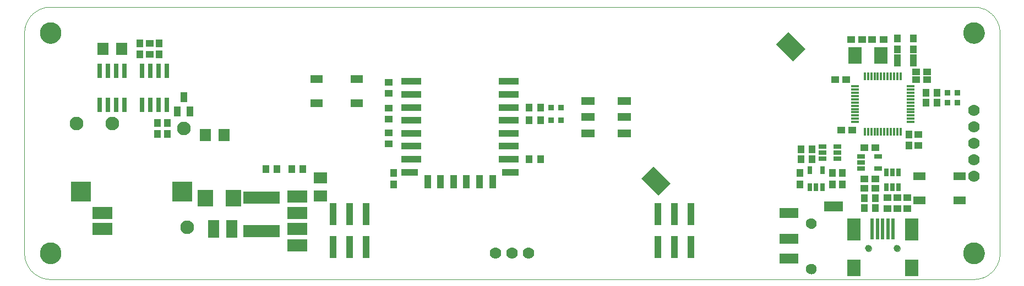
<source format=gts>
G75*
%MOIN*%
%OFA0B0*%
%FSLAX25Y25*%
%IPPOS*%
%LPD*%
%AMOC8*
5,1,8,0,0,1.08239X$1,22.5*
%
%ADD10C,0.00000*%
%ADD11C,0.12998*%
%ADD12R,0.04731X0.04337*%
%ADD13R,0.04337X0.04731*%
%ADD14R,0.03550X0.03550*%
%ADD15R,0.08274X0.10243*%
%ADD16R,0.08274X0.13392*%
%ADD17R,0.02369X0.12605*%
%ADD18C,0.03943*%
%ADD19R,0.05124X0.02565*%
%ADD20R,0.12211X0.12211*%
%ADD21R,0.02762X0.09061*%
%ADD22R,0.04337X0.05912*%
%ADD23R,0.06699X0.07498*%
%ADD24C,0.08274*%
%ADD25R,0.09455X0.10243*%
%ADD26R,0.22054X0.07683*%
%ADD27R,0.06699X0.11030*%
%ADD28R,0.08274X0.06699*%
%ADD29R,0.07487X0.04731*%
%ADD30R,0.01581X0.05124*%
%ADD31R,0.05124X0.01581*%
%ADD32C,0.07000*%
%ADD33R,0.02762X0.05124*%
%ADD34R,0.05124X0.02762*%
%ADD35R,0.11424X0.06306*%
%ADD36C,0.06306*%
%ADD37R,0.08274X0.09849*%
%ADD38R,0.02565X0.05124*%
%ADD39R,0.04337X0.07487*%
%ADD40R,0.04400X0.13400*%
%ADD41R,0.04337X0.08274*%
%ADD42R,0.10243X0.04337*%
%ADD43R,0.12211X0.04337*%
%ADD44R,0.14573X0.10636*%
%ADD45R,0.08077X0.04731*%
%ADD46R,0.12211X0.07487*%
D10*
X0017248Y0009374D02*
X0576303Y0009374D01*
X0570004Y0025122D02*
X0570006Y0025280D01*
X0570012Y0025438D01*
X0570022Y0025596D01*
X0570036Y0025754D01*
X0570054Y0025911D01*
X0570075Y0026068D01*
X0570101Y0026224D01*
X0570131Y0026380D01*
X0570164Y0026535D01*
X0570202Y0026688D01*
X0570243Y0026841D01*
X0570288Y0026993D01*
X0570337Y0027144D01*
X0570390Y0027293D01*
X0570446Y0027441D01*
X0570506Y0027587D01*
X0570570Y0027732D01*
X0570638Y0027875D01*
X0570709Y0028017D01*
X0570783Y0028157D01*
X0570861Y0028294D01*
X0570943Y0028430D01*
X0571027Y0028564D01*
X0571116Y0028695D01*
X0571207Y0028824D01*
X0571302Y0028951D01*
X0571399Y0029076D01*
X0571500Y0029198D01*
X0571604Y0029317D01*
X0571711Y0029434D01*
X0571821Y0029548D01*
X0571934Y0029659D01*
X0572049Y0029768D01*
X0572167Y0029873D01*
X0572288Y0029975D01*
X0572411Y0030075D01*
X0572537Y0030171D01*
X0572665Y0030264D01*
X0572795Y0030354D01*
X0572928Y0030440D01*
X0573063Y0030524D01*
X0573199Y0030603D01*
X0573338Y0030680D01*
X0573479Y0030752D01*
X0573621Y0030822D01*
X0573765Y0030887D01*
X0573911Y0030949D01*
X0574058Y0031007D01*
X0574207Y0031062D01*
X0574357Y0031113D01*
X0574508Y0031160D01*
X0574660Y0031203D01*
X0574813Y0031242D01*
X0574968Y0031278D01*
X0575123Y0031309D01*
X0575279Y0031337D01*
X0575435Y0031361D01*
X0575592Y0031381D01*
X0575750Y0031397D01*
X0575907Y0031409D01*
X0576066Y0031417D01*
X0576224Y0031421D01*
X0576382Y0031421D01*
X0576540Y0031417D01*
X0576699Y0031409D01*
X0576856Y0031397D01*
X0577014Y0031381D01*
X0577171Y0031361D01*
X0577327Y0031337D01*
X0577483Y0031309D01*
X0577638Y0031278D01*
X0577793Y0031242D01*
X0577946Y0031203D01*
X0578098Y0031160D01*
X0578249Y0031113D01*
X0578399Y0031062D01*
X0578548Y0031007D01*
X0578695Y0030949D01*
X0578841Y0030887D01*
X0578985Y0030822D01*
X0579127Y0030752D01*
X0579268Y0030680D01*
X0579407Y0030603D01*
X0579543Y0030524D01*
X0579678Y0030440D01*
X0579811Y0030354D01*
X0579941Y0030264D01*
X0580069Y0030171D01*
X0580195Y0030075D01*
X0580318Y0029975D01*
X0580439Y0029873D01*
X0580557Y0029768D01*
X0580672Y0029659D01*
X0580785Y0029548D01*
X0580895Y0029434D01*
X0581002Y0029317D01*
X0581106Y0029198D01*
X0581207Y0029076D01*
X0581304Y0028951D01*
X0581399Y0028824D01*
X0581490Y0028695D01*
X0581579Y0028564D01*
X0581663Y0028430D01*
X0581745Y0028294D01*
X0581823Y0028157D01*
X0581897Y0028017D01*
X0581968Y0027875D01*
X0582036Y0027732D01*
X0582100Y0027587D01*
X0582160Y0027441D01*
X0582216Y0027293D01*
X0582269Y0027144D01*
X0582318Y0026993D01*
X0582363Y0026841D01*
X0582404Y0026688D01*
X0582442Y0026535D01*
X0582475Y0026380D01*
X0582505Y0026224D01*
X0582531Y0026068D01*
X0582552Y0025911D01*
X0582570Y0025754D01*
X0582584Y0025596D01*
X0582594Y0025438D01*
X0582600Y0025280D01*
X0582602Y0025122D01*
X0582600Y0024964D01*
X0582594Y0024806D01*
X0582584Y0024648D01*
X0582570Y0024490D01*
X0582552Y0024333D01*
X0582531Y0024176D01*
X0582505Y0024020D01*
X0582475Y0023864D01*
X0582442Y0023709D01*
X0582404Y0023556D01*
X0582363Y0023403D01*
X0582318Y0023251D01*
X0582269Y0023100D01*
X0582216Y0022951D01*
X0582160Y0022803D01*
X0582100Y0022657D01*
X0582036Y0022512D01*
X0581968Y0022369D01*
X0581897Y0022227D01*
X0581823Y0022087D01*
X0581745Y0021950D01*
X0581663Y0021814D01*
X0581579Y0021680D01*
X0581490Y0021549D01*
X0581399Y0021420D01*
X0581304Y0021293D01*
X0581207Y0021168D01*
X0581106Y0021046D01*
X0581002Y0020927D01*
X0580895Y0020810D01*
X0580785Y0020696D01*
X0580672Y0020585D01*
X0580557Y0020476D01*
X0580439Y0020371D01*
X0580318Y0020269D01*
X0580195Y0020169D01*
X0580069Y0020073D01*
X0579941Y0019980D01*
X0579811Y0019890D01*
X0579678Y0019804D01*
X0579543Y0019720D01*
X0579407Y0019641D01*
X0579268Y0019564D01*
X0579127Y0019492D01*
X0578985Y0019422D01*
X0578841Y0019357D01*
X0578695Y0019295D01*
X0578548Y0019237D01*
X0578399Y0019182D01*
X0578249Y0019131D01*
X0578098Y0019084D01*
X0577946Y0019041D01*
X0577793Y0019002D01*
X0577638Y0018966D01*
X0577483Y0018935D01*
X0577327Y0018907D01*
X0577171Y0018883D01*
X0577014Y0018863D01*
X0576856Y0018847D01*
X0576699Y0018835D01*
X0576540Y0018827D01*
X0576382Y0018823D01*
X0576224Y0018823D01*
X0576066Y0018827D01*
X0575907Y0018835D01*
X0575750Y0018847D01*
X0575592Y0018863D01*
X0575435Y0018883D01*
X0575279Y0018907D01*
X0575123Y0018935D01*
X0574968Y0018966D01*
X0574813Y0019002D01*
X0574660Y0019041D01*
X0574508Y0019084D01*
X0574357Y0019131D01*
X0574207Y0019182D01*
X0574058Y0019237D01*
X0573911Y0019295D01*
X0573765Y0019357D01*
X0573621Y0019422D01*
X0573479Y0019492D01*
X0573338Y0019564D01*
X0573199Y0019641D01*
X0573063Y0019720D01*
X0572928Y0019804D01*
X0572795Y0019890D01*
X0572665Y0019980D01*
X0572537Y0020073D01*
X0572411Y0020169D01*
X0572288Y0020269D01*
X0572167Y0020371D01*
X0572049Y0020476D01*
X0571934Y0020585D01*
X0571821Y0020696D01*
X0571711Y0020810D01*
X0571604Y0020927D01*
X0571500Y0021046D01*
X0571399Y0021168D01*
X0571302Y0021293D01*
X0571207Y0021420D01*
X0571116Y0021549D01*
X0571027Y0021680D01*
X0570943Y0021814D01*
X0570861Y0021950D01*
X0570783Y0022087D01*
X0570709Y0022227D01*
X0570638Y0022369D01*
X0570570Y0022512D01*
X0570506Y0022657D01*
X0570446Y0022803D01*
X0570390Y0022951D01*
X0570337Y0023100D01*
X0570288Y0023251D01*
X0570243Y0023403D01*
X0570202Y0023556D01*
X0570164Y0023709D01*
X0570131Y0023864D01*
X0570101Y0024020D01*
X0570075Y0024176D01*
X0570054Y0024333D01*
X0570036Y0024490D01*
X0570022Y0024648D01*
X0570012Y0024806D01*
X0570006Y0024964D01*
X0570004Y0025122D01*
X0576303Y0009374D02*
X0576684Y0009379D01*
X0577064Y0009392D01*
X0577444Y0009415D01*
X0577823Y0009448D01*
X0578201Y0009489D01*
X0578578Y0009539D01*
X0578954Y0009599D01*
X0579329Y0009667D01*
X0579701Y0009745D01*
X0580072Y0009832D01*
X0580440Y0009927D01*
X0580806Y0010032D01*
X0581169Y0010145D01*
X0581530Y0010267D01*
X0581887Y0010397D01*
X0582241Y0010537D01*
X0582592Y0010684D01*
X0582939Y0010841D01*
X0583282Y0011005D01*
X0583621Y0011178D01*
X0583956Y0011359D01*
X0584287Y0011548D01*
X0584612Y0011745D01*
X0584933Y0011949D01*
X0585249Y0012162D01*
X0585559Y0012382D01*
X0585865Y0012609D01*
X0586164Y0012844D01*
X0586458Y0013086D01*
X0586746Y0013334D01*
X0587028Y0013590D01*
X0587303Y0013853D01*
X0587572Y0014122D01*
X0587835Y0014397D01*
X0588091Y0014679D01*
X0588339Y0014967D01*
X0588581Y0015261D01*
X0588816Y0015560D01*
X0589043Y0015866D01*
X0589263Y0016176D01*
X0589476Y0016492D01*
X0589680Y0016813D01*
X0589877Y0017138D01*
X0590066Y0017469D01*
X0590247Y0017804D01*
X0590420Y0018143D01*
X0590584Y0018486D01*
X0590741Y0018833D01*
X0590888Y0019184D01*
X0591028Y0019538D01*
X0591158Y0019895D01*
X0591280Y0020256D01*
X0591393Y0020619D01*
X0591498Y0020985D01*
X0591593Y0021353D01*
X0591680Y0021724D01*
X0591758Y0022096D01*
X0591826Y0022471D01*
X0591886Y0022847D01*
X0591936Y0023224D01*
X0591977Y0023602D01*
X0592010Y0023981D01*
X0592033Y0024361D01*
X0592046Y0024741D01*
X0592051Y0025122D01*
X0592051Y0158980D01*
X0570004Y0158980D02*
X0570006Y0159138D01*
X0570012Y0159296D01*
X0570022Y0159454D01*
X0570036Y0159612D01*
X0570054Y0159769D01*
X0570075Y0159926D01*
X0570101Y0160082D01*
X0570131Y0160238D01*
X0570164Y0160393D01*
X0570202Y0160546D01*
X0570243Y0160699D01*
X0570288Y0160851D01*
X0570337Y0161002D01*
X0570390Y0161151D01*
X0570446Y0161299D01*
X0570506Y0161445D01*
X0570570Y0161590D01*
X0570638Y0161733D01*
X0570709Y0161875D01*
X0570783Y0162015D01*
X0570861Y0162152D01*
X0570943Y0162288D01*
X0571027Y0162422D01*
X0571116Y0162553D01*
X0571207Y0162682D01*
X0571302Y0162809D01*
X0571399Y0162934D01*
X0571500Y0163056D01*
X0571604Y0163175D01*
X0571711Y0163292D01*
X0571821Y0163406D01*
X0571934Y0163517D01*
X0572049Y0163626D01*
X0572167Y0163731D01*
X0572288Y0163833D01*
X0572411Y0163933D01*
X0572537Y0164029D01*
X0572665Y0164122D01*
X0572795Y0164212D01*
X0572928Y0164298D01*
X0573063Y0164382D01*
X0573199Y0164461D01*
X0573338Y0164538D01*
X0573479Y0164610D01*
X0573621Y0164680D01*
X0573765Y0164745D01*
X0573911Y0164807D01*
X0574058Y0164865D01*
X0574207Y0164920D01*
X0574357Y0164971D01*
X0574508Y0165018D01*
X0574660Y0165061D01*
X0574813Y0165100D01*
X0574968Y0165136D01*
X0575123Y0165167D01*
X0575279Y0165195D01*
X0575435Y0165219D01*
X0575592Y0165239D01*
X0575750Y0165255D01*
X0575907Y0165267D01*
X0576066Y0165275D01*
X0576224Y0165279D01*
X0576382Y0165279D01*
X0576540Y0165275D01*
X0576699Y0165267D01*
X0576856Y0165255D01*
X0577014Y0165239D01*
X0577171Y0165219D01*
X0577327Y0165195D01*
X0577483Y0165167D01*
X0577638Y0165136D01*
X0577793Y0165100D01*
X0577946Y0165061D01*
X0578098Y0165018D01*
X0578249Y0164971D01*
X0578399Y0164920D01*
X0578548Y0164865D01*
X0578695Y0164807D01*
X0578841Y0164745D01*
X0578985Y0164680D01*
X0579127Y0164610D01*
X0579268Y0164538D01*
X0579407Y0164461D01*
X0579543Y0164382D01*
X0579678Y0164298D01*
X0579811Y0164212D01*
X0579941Y0164122D01*
X0580069Y0164029D01*
X0580195Y0163933D01*
X0580318Y0163833D01*
X0580439Y0163731D01*
X0580557Y0163626D01*
X0580672Y0163517D01*
X0580785Y0163406D01*
X0580895Y0163292D01*
X0581002Y0163175D01*
X0581106Y0163056D01*
X0581207Y0162934D01*
X0581304Y0162809D01*
X0581399Y0162682D01*
X0581490Y0162553D01*
X0581579Y0162422D01*
X0581663Y0162288D01*
X0581745Y0162152D01*
X0581823Y0162015D01*
X0581897Y0161875D01*
X0581968Y0161733D01*
X0582036Y0161590D01*
X0582100Y0161445D01*
X0582160Y0161299D01*
X0582216Y0161151D01*
X0582269Y0161002D01*
X0582318Y0160851D01*
X0582363Y0160699D01*
X0582404Y0160546D01*
X0582442Y0160393D01*
X0582475Y0160238D01*
X0582505Y0160082D01*
X0582531Y0159926D01*
X0582552Y0159769D01*
X0582570Y0159612D01*
X0582584Y0159454D01*
X0582594Y0159296D01*
X0582600Y0159138D01*
X0582602Y0158980D01*
X0582600Y0158822D01*
X0582594Y0158664D01*
X0582584Y0158506D01*
X0582570Y0158348D01*
X0582552Y0158191D01*
X0582531Y0158034D01*
X0582505Y0157878D01*
X0582475Y0157722D01*
X0582442Y0157567D01*
X0582404Y0157414D01*
X0582363Y0157261D01*
X0582318Y0157109D01*
X0582269Y0156958D01*
X0582216Y0156809D01*
X0582160Y0156661D01*
X0582100Y0156515D01*
X0582036Y0156370D01*
X0581968Y0156227D01*
X0581897Y0156085D01*
X0581823Y0155945D01*
X0581745Y0155808D01*
X0581663Y0155672D01*
X0581579Y0155538D01*
X0581490Y0155407D01*
X0581399Y0155278D01*
X0581304Y0155151D01*
X0581207Y0155026D01*
X0581106Y0154904D01*
X0581002Y0154785D01*
X0580895Y0154668D01*
X0580785Y0154554D01*
X0580672Y0154443D01*
X0580557Y0154334D01*
X0580439Y0154229D01*
X0580318Y0154127D01*
X0580195Y0154027D01*
X0580069Y0153931D01*
X0579941Y0153838D01*
X0579811Y0153748D01*
X0579678Y0153662D01*
X0579543Y0153578D01*
X0579407Y0153499D01*
X0579268Y0153422D01*
X0579127Y0153350D01*
X0578985Y0153280D01*
X0578841Y0153215D01*
X0578695Y0153153D01*
X0578548Y0153095D01*
X0578399Y0153040D01*
X0578249Y0152989D01*
X0578098Y0152942D01*
X0577946Y0152899D01*
X0577793Y0152860D01*
X0577638Y0152824D01*
X0577483Y0152793D01*
X0577327Y0152765D01*
X0577171Y0152741D01*
X0577014Y0152721D01*
X0576856Y0152705D01*
X0576699Y0152693D01*
X0576540Y0152685D01*
X0576382Y0152681D01*
X0576224Y0152681D01*
X0576066Y0152685D01*
X0575907Y0152693D01*
X0575750Y0152705D01*
X0575592Y0152721D01*
X0575435Y0152741D01*
X0575279Y0152765D01*
X0575123Y0152793D01*
X0574968Y0152824D01*
X0574813Y0152860D01*
X0574660Y0152899D01*
X0574508Y0152942D01*
X0574357Y0152989D01*
X0574207Y0153040D01*
X0574058Y0153095D01*
X0573911Y0153153D01*
X0573765Y0153215D01*
X0573621Y0153280D01*
X0573479Y0153350D01*
X0573338Y0153422D01*
X0573199Y0153499D01*
X0573063Y0153578D01*
X0572928Y0153662D01*
X0572795Y0153748D01*
X0572665Y0153838D01*
X0572537Y0153931D01*
X0572411Y0154027D01*
X0572288Y0154127D01*
X0572167Y0154229D01*
X0572049Y0154334D01*
X0571934Y0154443D01*
X0571821Y0154554D01*
X0571711Y0154668D01*
X0571604Y0154785D01*
X0571500Y0154904D01*
X0571399Y0155026D01*
X0571302Y0155151D01*
X0571207Y0155278D01*
X0571116Y0155407D01*
X0571027Y0155538D01*
X0570943Y0155672D01*
X0570861Y0155808D01*
X0570783Y0155945D01*
X0570709Y0156085D01*
X0570638Y0156227D01*
X0570570Y0156370D01*
X0570506Y0156515D01*
X0570446Y0156661D01*
X0570390Y0156809D01*
X0570337Y0156958D01*
X0570288Y0157109D01*
X0570243Y0157261D01*
X0570202Y0157414D01*
X0570164Y0157567D01*
X0570131Y0157722D01*
X0570101Y0157878D01*
X0570075Y0158034D01*
X0570054Y0158191D01*
X0570036Y0158348D01*
X0570022Y0158506D01*
X0570012Y0158664D01*
X0570006Y0158822D01*
X0570004Y0158980D01*
X0576303Y0174728D02*
X0576684Y0174723D01*
X0577064Y0174710D01*
X0577444Y0174687D01*
X0577823Y0174654D01*
X0578201Y0174613D01*
X0578578Y0174563D01*
X0578954Y0174503D01*
X0579329Y0174435D01*
X0579701Y0174357D01*
X0580072Y0174270D01*
X0580440Y0174175D01*
X0580806Y0174070D01*
X0581169Y0173957D01*
X0581530Y0173835D01*
X0581887Y0173705D01*
X0582241Y0173565D01*
X0582592Y0173418D01*
X0582939Y0173261D01*
X0583282Y0173097D01*
X0583621Y0172924D01*
X0583956Y0172743D01*
X0584287Y0172554D01*
X0584612Y0172357D01*
X0584933Y0172153D01*
X0585249Y0171940D01*
X0585559Y0171720D01*
X0585865Y0171493D01*
X0586164Y0171258D01*
X0586458Y0171016D01*
X0586746Y0170768D01*
X0587028Y0170512D01*
X0587303Y0170249D01*
X0587572Y0169980D01*
X0587835Y0169705D01*
X0588091Y0169423D01*
X0588339Y0169135D01*
X0588581Y0168841D01*
X0588816Y0168542D01*
X0589043Y0168236D01*
X0589263Y0167926D01*
X0589476Y0167610D01*
X0589680Y0167289D01*
X0589877Y0166964D01*
X0590066Y0166633D01*
X0590247Y0166298D01*
X0590420Y0165959D01*
X0590584Y0165616D01*
X0590741Y0165269D01*
X0590888Y0164918D01*
X0591028Y0164564D01*
X0591158Y0164207D01*
X0591280Y0163846D01*
X0591393Y0163483D01*
X0591498Y0163117D01*
X0591593Y0162749D01*
X0591680Y0162378D01*
X0591758Y0162006D01*
X0591826Y0161631D01*
X0591886Y0161255D01*
X0591936Y0160878D01*
X0591977Y0160500D01*
X0592010Y0160121D01*
X0592033Y0159741D01*
X0592046Y0159361D01*
X0592051Y0158980D01*
X0576303Y0174728D02*
X0017248Y0174728D01*
X0010949Y0158980D02*
X0010951Y0159138D01*
X0010957Y0159296D01*
X0010967Y0159454D01*
X0010981Y0159612D01*
X0010999Y0159769D01*
X0011020Y0159926D01*
X0011046Y0160082D01*
X0011076Y0160238D01*
X0011109Y0160393D01*
X0011147Y0160546D01*
X0011188Y0160699D01*
X0011233Y0160851D01*
X0011282Y0161002D01*
X0011335Y0161151D01*
X0011391Y0161299D01*
X0011451Y0161445D01*
X0011515Y0161590D01*
X0011583Y0161733D01*
X0011654Y0161875D01*
X0011728Y0162015D01*
X0011806Y0162152D01*
X0011888Y0162288D01*
X0011972Y0162422D01*
X0012061Y0162553D01*
X0012152Y0162682D01*
X0012247Y0162809D01*
X0012344Y0162934D01*
X0012445Y0163056D01*
X0012549Y0163175D01*
X0012656Y0163292D01*
X0012766Y0163406D01*
X0012879Y0163517D01*
X0012994Y0163626D01*
X0013112Y0163731D01*
X0013233Y0163833D01*
X0013356Y0163933D01*
X0013482Y0164029D01*
X0013610Y0164122D01*
X0013740Y0164212D01*
X0013873Y0164298D01*
X0014008Y0164382D01*
X0014144Y0164461D01*
X0014283Y0164538D01*
X0014424Y0164610D01*
X0014566Y0164680D01*
X0014710Y0164745D01*
X0014856Y0164807D01*
X0015003Y0164865D01*
X0015152Y0164920D01*
X0015302Y0164971D01*
X0015453Y0165018D01*
X0015605Y0165061D01*
X0015758Y0165100D01*
X0015913Y0165136D01*
X0016068Y0165167D01*
X0016224Y0165195D01*
X0016380Y0165219D01*
X0016537Y0165239D01*
X0016695Y0165255D01*
X0016852Y0165267D01*
X0017011Y0165275D01*
X0017169Y0165279D01*
X0017327Y0165279D01*
X0017485Y0165275D01*
X0017644Y0165267D01*
X0017801Y0165255D01*
X0017959Y0165239D01*
X0018116Y0165219D01*
X0018272Y0165195D01*
X0018428Y0165167D01*
X0018583Y0165136D01*
X0018738Y0165100D01*
X0018891Y0165061D01*
X0019043Y0165018D01*
X0019194Y0164971D01*
X0019344Y0164920D01*
X0019493Y0164865D01*
X0019640Y0164807D01*
X0019786Y0164745D01*
X0019930Y0164680D01*
X0020072Y0164610D01*
X0020213Y0164538D01*
X0020352Y0164461D01*
X0020488Y0164382D01*
X0020623Y0164298D01*
X0020756Y0164212D01*
X0020886Y0164122D01*
X0021014Y0164029D01*
X0021140Y0163933D01*
X0021263Y0163833D01*
X0021384Y0163731D01*
X0021502Y0163626D01*
X0021617Y0163517D01*
X0021730Y0163406D01*
X0021840Y0163292D01*
X0021947Y0163175D01*
X0022051Y0163056D01*
X0022152Y0162934D01*
X0022249Y0162809D01*
X0022344Y0162682D01*
X0022435Y0162553D01*
X0022524Y0162422D01*
X0022608Y0162288D01*
X0022690Y0162152D01*
X0022768Y0162015D01*
X0022842Y0161875D01*
X0022913Y0161733D01*
X0022981Y0161590D01*
X0023045Y0161445D01*
X0023105Y0161299D01*
X0023161Y0161151D01*
X0023214Y0161002D01*
X0023263Y0160851D01*
X0023308Y0160699D01*
X0023349Y0160546D01*
X0023387Y0160393D01*
X0023420Y0160238D01*
X0023450Y0160082D01*
X0023476Y0159926D01*
X0023497Y0159769D01*
X0023515Y0159612D01*
X0023529Y0159454D01*
X0023539Y0159296D01*
X0023545Y0159138D01*
X0023547Y0158980D01*
X0023545Y0158822D01*
X0023539Y0158664D01*
X0023529Y0158506D01*
X0023515Y0158348D01*
X0023497Y0158191D01*
X0023476Y0158034D01*
X0023450Y0157878D01*
X0023420Y0157722D01*
X0023387Y0157567D01*
X0023349Y0157414D01*
X0023308Y0157261D01*
X0023263Y0157109D01*
X0023214Y0156958D01*
X0023161Y0156809D01*
X0023105Y0156661D01*
X0023045Y0156515D01*
X0022981Y0156370D01*
X0022913Y0156227D01*
X0022842Y0156085D01*
X0022768Y0155945D01*
X0022690Y0155808D01*
X0022608Y0155672D01*
X0022524Y0155538D01*
X0022435Y0155407D01*
X0022344Y0155278D01*
X0022249Y0155151D01*
X0022152Y0155026D01*
X0022051Y0154904D01*
X0021947Y0154785D01*
X0021840Y0154668D01*
X0021730Y0154554D01*
X0021617Y0154443D01*
X0021502Y0154334D01*
X0021384Y0154229D01*
X0021263Y0154127D01*
X0021140Y0154027D01*
X0021014Y0153931D01*
X0020886Y0153838D01*
X0020756Y0153748D01*
X0020623Y0153662D01*
X0020488Y0153578D01*
X0020352Y0153499D01*
X0020213Y0153422D01*
X0020072Y0153350D01*
X0019930Y0153280D01*
X0019786Y0153215D01*
X0019640Y0153153D01*
X0019493Y0153095D01*
X0019344Y0153040D01*
X0019194Y0152989D01*
X0019043Y0152942D01*
X0018891Y0152899D01*
X0018738Y0152860D01*
X0018583Y0152824D01*
X0018428Y0152793D01*
X0018272Y0152765D01*
X0018116Y0152741D01*
X0017959Y0152721D01*
X0017801Y0152705D01*
X0017644Y0152693D01*
X0017485Y0152685D01*
X0017327Y0152681D01*
X0017169Y0152681D01*
X0017011Y0152685D01*
X0016852Y0152693D01*
X0016695Y0152705D01*
X0016537Y0152721D01*
X0016380Y0152741D01*
X0016224Y0152765D01*
X0016068Y0152793D01*
X0015913Y0152824D01*
X0015758Y0152860D01*
X0015605Y0152899D01*
X0015453Y0152942D01*
X0015302Y0152989D01*
X0015152Y0153040D01*
X0015003Y0153095D01*
X0014856Y0153153D01*
X0014710Y0153215D01*
X0014566Y0153280D01*
X0014424Y0153350D01*
X0014283Y0153422D01*
X0014144Y0153499D01*
X0014008Y0153578D01*
X0013873Y0153662D01*
X0013740Y0153748D01*
X0013610Y0153838D01*
X0013482Y0153931D01*
X0013356Y0154027D01*
X0013233Y0154127D01*
X0013112Y0154229D01*
X0012994Y0154334D01*
X0012879Y0154443D01*
X0012766Y0154554D01*
X0012656Y0154668D01*
X0012549Y0154785D01*
X0012445Y0154904D01*
X0012344Y0155026D01*
X0012247Y0155151D01*
X0012152Y0155278D01*
X0012061Y0155407D01*
X0011972Y0155538D01*
X0011888Y0155672D01*
X0011806Y0155808D01*
X0011728Y0155945D01*
X0011654Y0156085D01*
X0011583Y0156227D01*
X0011515Y0156370D01*
X0011451Y0156515D01*
X0011391Y0156661D01*
X0011335Y0156809D01*
X0011282Y0156958D01*
X0011233Y0157109D01*
X0011188Y0157261D01*
X0011147Y0157414D01*
X0011109Y0157567D01*
X0011076Y0157722D01*
X0011046Y0157878D01*
X0011020Y0158034D01*
X0010999Y0158191D01*
X0010981Y0158348D01*
X0010967Y0158506D01*
X0010957Y0158664D01*
X0010951Y0158822D01*
X0010949Y0158980D01*
X0001500Y0158980D02*
X0001505Y0159361D01*
X0001518Y0159741D01*
X0001541Y0160121D01*
X0001574Y0160500D01*
X0001615Y0160878D01*
X0001665Y0161255D01*
X0001725Y0161631D01*
X0001793Y0162006D01*
X0001871Y0162378D01*
X0001958Y0162749D01*
X0002053Y0163117D01*
X0002158Y0163483D01*
X0002271Y0163846D01*
X0002393Y0164207D01*
X0002523Y0164564D01*
X0002663Y0164918D01*
X0002810Y0165269D01*
X0002967Y0165616D01*
X0003131Y0165959D01*
X0003304Y0166298D01*
X0003485Y0166633D01*
X0003674Y0166964D01*
X0003871Y0167289D01*
X0004075Y0167610D01*
X0004288Y0167926D01*
X0004508Y0168236D01*
X0004735Y0168542D01*
X0004970Y0168841D01*
X0005212Y0169135D01*
X0005460Y0169423D01*
X0005716Y0169705D01*
X0005979Y0169980D01*
X0006248Y0170249D01*
X0006523Y0170512D01*
X0006805Y0170768D01*
X0007093Y0171016D01*
X0007387Y0171258D01*
X0007686Y0171493D01*
X0007992Y0171720D01*
X0008302Y0171940D01*
X0008618Y0172153D01*
X0008939Y0172357D01*
X0009264Y0172554D01*
X0009595Y0172743D01*
X0009930Y0172924D01*
X0010269Y0173097D01*
X0010612Y0173261D01*
X0010959Y0173418D01*
X0011310Y0173565D01*
X0011664Y0173705D01*
X0012021Y0173835D01*
X0012382Y0173957D01*
X0012745Y0174070D01*
X0013111Y0174175D01*
X0013479Y0174270D01*
X0013850Y0174357D01*
X0014222Y0174435D01*
X0014597Y0174503D01*
X0014973Y0174563D01*
X0015350Y0174613D01*
X0015728Y0174654D01*
X0016107Y0174687D01*
X0016487Y0174710D01*
X0016867Y0174723D01*
X0017248Y0174728D01*
X0001500Y0158980D02*
X0001500Y0025122D01*
X0010949Y0025122D02*
X0010951Y0025280D01*
X0010957Y0025438D01*
X0010967Y0025596D01*
X0010981Y0025754D01*
X0010999Y0025911D01*
X0011020Y0026068D01*
X0011046Y0026224D01*
X0011076Y0026380D01*
X0011109Y0026535D01*
X0011147Y0026688D01*
X0011188Y0026841D01*
X0011233Y0026993D01*
X0011282Y0027144D01*
X0011335Y0027293D01*
X0011391Y0027441D01*
X0011451Y0027587D01*
X0011515Y0027732D01*
X0011583Y0027875D01*
X0011654Y0028017D01*
X0011728Y0028157D01*
X0011806Y0028294D01*
X0011888Y0028430D01*
X0011972Y0028564D01*
X0012061Y0028695D01*
X0012152Y0028824D01*
X0012247Y0028951D01*
X0012344Y0029076D01*
X0012445Y0029198D01*
X0012549Y0029317D01*
X0012656Y0029434D01*
X0012766Y0029548D01*
X0012879Y0029659D01*
X0012994Y0029768D01*
X0013112Y0029873D01*
X0013233Y0029975D01*
X0013356Y0030075D01*
X0013482Y0030171D01*
X0013610Y0030264D01*
X0013740Y0030354D01*
X0013873Y0030440D01*
X0014008Y0030524D01*
X0014144Y0030603D01*
X0014283Y0030680D01*
X0014424Y0030752D01*
X0014566Y0030822D01*
X0014710Y0030887D01*
X0014856Y0030949D01*
X0015003Y0031007D01*
X0015152Y0031062D01*
X0015302Y0031113D01*
X0015453Y0031160D01*
X0015605Y0031203D01*
X0015758Y0031242D01*
X0015913Y0031278D01*
X0016068Y0031309D01*
X0016224Y0031337D01*
X0016380Y0031361D01*
X0016537Y0031381D01*
X0016695Y0031397D01*
X0016852Y0031409D01*
X0017011Y0031417D01*
X0017169Y0031421D01*
X0017327Y0031421D01*
X0017485Y0031417D01*
X0017644Y0031409D01*
X0017801Y0031397D01*
X0017959Y0031381D01*
X0018116Y0031361D01*
X0018272Y0031337D01*
X0018428Y0031309D01*
X0018583Y0031278D01*
X0018738Y0031242D01*
X0018891Y0031203D01*
X0019043Y0031160D01*
X0019194Y0031113D01*
X0019344Y0031062D01*
X0019493Y0031007D01*
X0019640Y0030949D01*
X0019786Y0030887D01*
X0019930Y0030822D01*
X0020072Y0030752D01*
X0020213Y0030680D01*
X0020352Y0030603D01*
X0020488Y0030524D01*
X0020623Y0030440D01*
X0020756Y0030354D01*
X0020886Y0030264D01*
X0021014Y0030171D01*
X0021140Y0030075D01*
X0021263Y0029975D01*
X0021384Y0029873D01*
X0021502Y0029768D01*
X0021617Y0029659D01*
X0021730Y0029548D01*
X0021840Y0029434D01*
X0021947Y0029317D01*
X0022051Y0029198D01*
X0022152Y0029076D01*
X0022249Y0028951D01*
X0022344Y0028824D01*
X0022435Y0028695D01*
X0022524Y0028564D01*
X0022608Y0028430D01*
X0022690Y0028294D01*
X0022768Y0028157D01*
X0022842Y0028017D01*
X0022913Y0027875D01*
X0022981Y0027732D01*
X0023045Y0027587D01*
X0023105Y0027441D01*
X0023161Y0027293D01*
X0023214Y0027144D01*
X0023263Y0026993D01*
X0023308Y0026841D01*
X0023349Y0026688D01*
X0023387Y0026535D01*
X0023420Y0026380D01*
X0023450Y0026224D01*
X0023476Y0026068D01*
X0023497Y0025911D01*
X0023515Y0025754D01*
X0023529Y0025596D01*
X0023539Y0025438D01*
X0023545Y0025280D01*
X0023547Y0025122D01*
X0023545Y0024964D01*
X0023539Y0024806D01*
X0023529Y0024648D01*
X0023515Y0024490D01*
X0023497Y0024333D01*
X0023476Y0024176D01*
X0023450Y0024020D01*
X0023420Y0023864D01*
X0023387Y0023709D01*
X0023349Y0023556D01*
X0023308Y0023403D01*
X0023263Y0023251D01*
X0023214Y0023100D01*
X0023161Y0022951D01*
X0023105Y0022803D01*
X0023045Y0022657D01*
X0022981Y0022512D01*
X0022913Y0022369D01*
X0022842Y0022227D01*
X0022768Y0022087D01*
X0022690Y0021950D01*
X0022608Y0021814D01*
X0022524Y0021680D01*
X0022435Y0021549D01*
X0022344Y0021420D01*
X0022249Y0021293D01*
X0022152Y0021168D01*
X0022051Y0021046D01*
X0021947Y0020927D01*
X0021840Y0020810D01*
X0021730Y0020696D01*
X0021617Y0020585D01*
X0021502Y0020476D01*
X0021384Y0020371D01*
X0021263Y0020269D01*
X0021140Y0020169D01*
X0021014Y0020073D01*
X0020886Y0019980D01*
X0020756Y0019890D01*
X0020623Y0019804D01*
X0020488Y0019720D01*
X0020352Y0019641D01*
X0020213Y0019564D01*
X0020072Y0019492D01*
X0019930Y0019422D01*
X0019786Y0019357D01*
X0019640Y0019295D01*
X0019493Y0019237D01*
X0019344Y0019182D01*
X0019194Y0019131D01*
X0019043Y0019084D01*
X0018891Y0019041D01*
X0018738Y0019002D01*
X0018583Y0018966D01*
X0018428Y0018935D01*
X0018272Y0018907D01*
X0018116Y0018883D01*
X0017959Y0018863D01*
X0017801Y0018847D01*
X0017644Y0018835D01*
X0017485Y0018827D01*
X0017327Y0018823D01*
X0017169Y0018823D01*
X0017011Y0018827D01*
X0016852Y0018835D01*
X0016695Y0018847D01*
X0016537Y0018863D01*
X0016380Y0018883D01*
X0016224Y0018907D01*
X0016068Y0018935D01*
X0015913Y0018966D01*
X0015758Y0019002D01*
X0015605Y0019041D01*
X0015453Y0019084D01*
X0015302Y0019131D01*
X0015152Y0019182D01*
X0015003Y0019237D01*
X0014856Y0019295D01*
X0014710Y0019357D01*
X0014566Y0019422D01*
X0014424Y0019492D01*
X0014283Y0019564D01*
X0014144Y0019641D01*
X0014008Y0019720D01*
X0013873Y0019804D01*
X0013740Y0019890D01*
X0013610Y0019980D01*
X0013482Y0020073D01*
X0013356Y0020169D01*
X0013233Y0020269D01*
X0013112Y0020371D01*
X0012994Y0020476D01*
X0012879Y0020585D01*
X0012766Y0020696D01*
X0012656Y0020810D01*
X0012549Y0020927D01*
X0012445Y0021046D01*
X0012344Y0021168D01*
X0012247Y0021293D01*
X0012152Y0021420D01*
X0012061Y0021549D01*
X0011972Y0021680D01*
X0011888Y0021814D01*
X0011806Y0021950D01*
X0011728Y0022087D01*
X0011654Y0022227D01*
X0011583Y0022369D01*
X0011515Y0022512D01*
X0011451Y0022657D01*
X0011391Y0022803D01*
X0011335Y0022951D01*
X0011282Y0023100D01*
X0011233Y0023251D01*
X0011188Y0023403D01*
X0011147Y0023556D01*
X0011109Y0023709D01*
X0011076Y0023864D01*
X0011046Y0024020D01*
X0011020Y0024176D01*
X0010999Y0024333D01*
X0010981Y0024490D01*
X0010967Y0024648D01*
X0010957Y0024806D01*
X0010951Y0024964D01*
X0010949Y0025122D01*
X0001500Y0025122D02*
X0001505Y0024741D01*
X0001518Y0024361D01*
X0001541Y0023981D01*
X0001574Y0023602D01*
X0001615Y0023224D01*
X0001665Y0022847D01*
X0001725Y0022471D01*
X0001793Y0022096D01*
X0001871Y0021724D01*
X0001958Y0021353D01*
X0002053Y0020985D01*
X0002158Y0020619D01*
X0002271Y0020256D01*
X0002393Y0019895D01*
X0002523Y0019538D01*
X0002663Y0019184D01*
X0002810Y0018833D01*
X0002967Y0018486D01*
X0003131Y0018143D01*
X0003304Y0017804D01*
X0003485Y0017469D01*
X0003674Y0017138D01*
X0003871Y0016813D01*
X0004075Y0016492D01*
X0004288Y0016176D01*
X0004508Y0015866D01*
X0004735Y0015560D01*
X0004970Y0015261D01*
X0005212Y0014967D01*
X0005460Y0014679D01*
X0005716Y0014397D01*
X0005979Y0014122D01*
X0006248Y0013853D01*
X0006523Y0013590D01*
X0006805Y0013334D01*
X0007093Y0013086D01*
X0007387Y0012844D01*
X0007686Y0012609D01*
X0007992Y0012382D01*
X0008302Y0012162D01*
X0008618Y0011949D01*
X0008939Y0011745D01*
X0009264Y0011548D01*
X0009595Y0011359D01*
X0009930Y0011178D01*
X0010269Y0011005D01*
X0010612Y0010841D01*
X0010959Y0010684D01*
X0011310Y0010537D01*
X0011664Y0010397D01*
X0012021Y0010267D01*
X0012382Y0010145D01*
X0012745Y0010032D01*
X0013111Y0009927D01*
X0013479Y0009832D01*
X0013850Y0009745D01*
X0014222Y0009667D01*
X0014597Y0009599D01*
X0014973Y0009539D01*
X0015350Y0009489D01*
X0015728Y0009448D01*
X0016107Y0009415D01*
X0016487Y0009392D01*
X0016867Y0009379D01*
X0017248Y0009374D01*
X0474925Y0015673D02*
X0474927Y0015781D01*
X0474933Y0015890D01*
X0474943Y0015998D01*
X0474957Y0016105D01*
X0474975Y0016212D01*
X0474996Y0016319D01*
X0475022Y0016424D01*
X0475052Y0016529D01*
X0475085Y0016632D01*
X0475122Y0016734D01*
X0475163Y0016834D01*
X0475207Y0016933D01*
X0475256Y0017031D01*
X0475307Y0017126D01*
X0475362Y0017219D01*
X0475421Y0017311D01*
X0475483Y0017400D01*
X0475548Y0017487D01*
X0475616Y0017571D01*
X0475687Y0017653D01*
X0475761Y0017732D01*
X0475838Y0017808D01*
X0475918Y0017882D01*
X0476001Y0017952D01*
X0476086Y0018020D01*
X0476173Y0018084D01*
X0476263Y0018145D01*
X0476355Y0018203D01*
X0476449Y0018257D01*
X0476545Y0018308D01*
X0476642Y0018355D01*
X0476742Y0018399D01*
X0476843Y0018439D01*
X0476945Y0018475D01*
X0477048Y0018507D01*
X0477153Y0018536D01*
X0477259Y0018560D01*
X0477365Y0018581D01*
X0477472Y0018598D01*
X0477580Y0018611D01*
X0477688Y0018620D01*
X0477797Y0018625D01*
X0477905Y0018626D01*
X0478014Y0018623D01*
X0478122Y0018616D01*
X0478230Y0018605D01*
X0478337Y0018590D01*
X0478444Y0018571D01*
X0478550Y0018548D01*
X0478655Y0018522D01*
X0478760Y0018491D01*
X0478862Y0018457D01*
X0478964Y0018419D01*
X0479064Y0018377D01*
X0479163Y0018332D01*
X0479260Y0018283D01*
X0479354Y0018230D01*
X0479447Y0018174D01*
X0479538Y0018115D01*
X0479627Y0018052D01*
X0479713Y0017987D01*
X0479797Y0017918D01*
X0479878Y0017846D01*
X0479956Y0017771D01*
X0480032Y0017693D01*
X0480105Y0017612D01*
X0480175Y0017529D01*
X0480241Y0017444D01*
X0480305Y0017356D01*
X0480365Y0017265D01*
X0480422Y0017173D01*
X0480475Y0017078D01*
X0480525Y0016982D01*
X0480571Y0016884D01*
X0480614Y0016784D01*
X0480653Y0016683D01*
X0480688Y0016580D01*
X0480720Y0016477D01*
X0480747Y0016372D01*
X0480771Y0016266D01*
X0480791Y0016159D01*
X0480807Y0016052D01*
X0480819Y0015944D01*
X0480827Y0015836D01*
X0480831Y0015727D01*
X0480831Y0015619D01*
X0480827Y0015510D01*
X0480819Y0015402D01*
X0480807Y0015294D01*
X0480791Y0015187D01*
X0480771Y0015080D01*
X0480747Y0014974D01*
X0480720Y0014869D01*
X0480688Y0014766D01*
X0480653Y0014663D01*
X0480614Y0014562D01*
X0480571Y0014462D01*
X0480525Y0014364D01*
X0480475Y0014268D01*
X0480422Y0014173D01*
X0480365Y0014081D01*
X0480305Y0013990D01*
X0480241Y0013902D01*
X0480175Y0013817D01*
X0480105Y0013734D01*
X0480032Y0013653D01*
X0479956Y0013575D01*
X0479878Y0013500D01*
X0479797Y0013428D01*
X0479713Y0013359D01*
X0479627Y0013294D01*
X0479538Y0013231D01*
X0479447Y0013172D01*
X0479355Y0013116D01*
X0479260Y0013063D01*
X0479163Y0013014D01*
X0479064Y0012969D01*
X0478964Y0012927D01*
X0478862Y0012889D01*
X0478760Y0012855D01*
X0478655Y0012824D01*
X0478550Y0012798D01*
X0478444Y0012775D01*
X0478337Y0012756D01*
X0478230Y0012741D01*
X0478122Y0012730D01*
X0478014Y0012723D01*
X0477905Y0012720D01*
X0477797Y0012721D01*
X0477688Y0012726D01*
X0477580Y0012735D01*
X0477472Y0012748D01*
X0477365Y0012765D01*
X0477259Y0012786D01*
X0477153Y0012810D01*
X0477048Y0012839D01*
X0476945Y0012871D01*
X0476843Y0012907D01*
X0476742Y0012947D01*
X0476642Y0012991D01*
X0476545Y0013038D01*
X0476449Y0013089D01*
X0476355Y0013143D01*
X0476263Y0013201D01*
X0476173Y0013262D01*
X0476086Y0013326D01*
X0476001Y0013394D01*
X0475918Y0013464D01*
X0475838Y0013538D01*
X0475761Y0013614D01*
X0475687Y0013693D01*
X0475616Y0013775D01*
X0475548Y0013859D01*
X0475483Y0013946D01*
X0475421Y0014035D01*
X0475362Y0014127D01*
X0475307Y0014220D01*
X0475256Y0014315D01*
X0475207Y0014413D01*
X0475163Y0014512D01*
X0475122Y0014612D01*
X0475085Y0014714D01*
X0475052Y0014817D01*
X0475022Y0014922D01*
X0474996Y0015027D01*
X0474975Y0015134D01*
X0474957Y0015241D01*
X0474943Y0015348D01*
X0474933Y0015456D01*
X0474927Y0015565D01*
X0474925Y0015673D01*
X0510752Y0028075D02*
X0510754Y0028159D01*
X0510760Y0028242D01*
X0510770Y0028325D01*
X0510784Y0028408D01*
X0510801Y0028490D01*
X0510823Y0028571D01*
X0510848Y0028650D01*
X0510877Y0028729D01*
X0510910Y0028806D01*
X0510946Y0028881D01*
X0510986Y0028955D01*
X0511029Y0029027D01*
X0511076Y0029096D01*
X0511126Y0029163D01*
X0511179Y0029228D01*
X0511235Y0029290D01*
X0511293Y0029350D01*
X0511355Y0029407D01*
X0511419Y0029460D01*
X0511486Y0029511D01*
X0511555Y0029558D01*
X0511626Y0029603D01*
X0511699Y0029643D01*
X0511774Y0029680D01*
X0511851Y0029714D01*
X0511929Y0029744D01*
X0512008Y0029770D01*
X0512089Y0029793D01*
X0512171Y0029811D01*
X0512253Y0029826D01*
X0512336Y0029837D01*
X0512419Y0029844D01*
X0512503Y0029847D01*
X0512587Y0029846D01*
X0512670Y0029841D01*
X0512754Y0029832D01*
X0512836Y0029819D01*
X0512918Y0029803D01*
X0512999Y0029782D01*
X0513080Y0029758D01*
X0513158Y0029730D01*
X0513236Y0029698D01*
X0513312Y0029662D01*
X0513386Y0029623D01*
X0513458Y0029581D01*
X0513528Y0029535D01*
X0513596Y0029486D01*
X0513661Y0029434D01*
X0513724Y0029379D01*
X0513784Y0029321D01*
X0513842Y0029260D01*
X0513896Y0029196D01*
X0513948Y0029130D01*
X0513996Y0029062D01*
X0514041Y0028991D01*
X0514082Y0028918D01*
X0514121Y0028844D01*
X0514155Y0028768D01*
X0514186Y0028690D01*
X0514213Y0028611D01*
X0514237Y0028530D01*
X0514256Y0028449D01*
X0514272Y0028367D01*
X0514284Y0028284D01*
X0514292Y0028200D01*
X0514296Y0028117D01*
X0514296Y0028033D01*
X0514292Y0027950D01*
X0514284Y0027866D01*
X0514272Y0027783D01*
X0514256Y0027701D01*
X0514237Y0027620D01*
X0514213Y0027539D01*
X0514186Y0027460D01*
X0514155Y0027382D01*
X0514121Y0027306D01*
X0514082Y0027232D01*
X0514041Y0027159D01*
X0513996Y0027088D01*
X0513948Y0027020D01*
X0513896Y0026954D01*
X0513842Y0026890D01*
X0513784Y0026829D01*
X0513724Y0026771D01*
X0513661Y0026716D01*
X0513596Y0026664D01*
X0513528Y0026615D01*
X0513458Y0026569D01*
X0513386Y0026527D01*
X0513312Y0026488D01*
X0513236Y0026452D01*
X0513158Y0026420D01*
X0513080Y0026392D01*
X0512999Y0026368D01*
X0512918Y0026347D01*
X0512836Y0026331D01*
X0512754Y0026318D01*
X0512670Y0026309D01*
X0512587Y0026304D01*
X0512503Y0026303D01*
X0512419Y0026306D01*
X0512336Y0026313D01*
X0512253Y0026324D01*
X0512171Y0026339D01*
X0512089Y0026357D01*
X0512008Y0026380D01*
X0511929Y0026406D01*
X0511851Y0026436D01*
X0511774Y0026470D01*
X0511699Y0026507D01*
X0511626Y0026547D01*
X0511555Y0026592D01*
X0511486Y0026639D01*
X0511419Y0026690D01*
X0511355Y0026743D01*
X0511293Y0026800D01*
X0511235Y0026860D01*
X0511179Y0026922D01*
X0511126Y0026987D01*
X0511076Y0027054D01*
X0511029Y0027123D01*
X0510986Y0027195D01*
X0510946Y0027269D01*
X0510910Y0027344D01*
X0510877Y0027421D01*
X0510848Y0027500D01*
X0510823Y0027579D01*
X0510801Y0027660D01*
X0510784Y0027742D01*
X0510770Y0027825D01*
X0510760Y0027908D01*
X0510754Y0027991D01*
X0510752Y0028075D01*
X0528074Y0028075D02*
X0528076Y0028159D01*
X0528082Y0028242D01*
X0528092Y0028325D01*
X0528106Y0028408D01*
X0528123Y0028490D01*
X0528145Y0028571D01*
X0528170Y0028650D01*
X0528199Y0028729D01*
X0528232Y0028806D01*
X0528268Y0028881D01*
X0528308Y0028955D01*
X0528351Y0029027D01*
X0528398Y0029096D01*
X0528448Y0029163D01*
X0528501Y0029228D01*
X0528557Y0029290D01*
X0528615Y0029350D01*
X0528677Y0029407D01*
X0528741Y0029460D01*
X0528808Y0029511D01*
X0528877Y0029558D01*
X0528948Y0029603D01*
X0529021Y0029643D01*
X0529096Y0029680D01*
X0529173Y0029714D01*
X0529251Y0029744D01*
X0529330Y0029770D01*
X0529411Y0029793D01*
X0529493Y0029811D01*
X0529575Y0029826D01*
X0529658Y0029837D01*
X0529741Y0029844D01*
X0529825Y0029847D01*
X0529909Y0029846D01*
X0529992Y0029841D01*
X0530076Y0029832D01*
X0530158Y0029819D01*
X0530240Y0029803D01*
X0530321Y0029782D01*
X0530402Y0029758D01*
X0530480Y0029730D01*
X0530558Y0029698D01*
X0530634Y0029662D01*
X0530708Y0029623D01*
X0530780Y0029581D01*
X0530850Y0029535D01*
X0530918Y0029486D01*
X0530983Y0029434D01*
X0531046Y0029379D01*
X0531106Y0029321D01*
X0531164Y0029260D01*
X0531218Y0029196D01*
X0531270Y0029130D01*
X0531318Y0029062D01*
X0531363Y0028991D01*
X0531404Y0028918D01*
X0531443Y0028844D01*
X0531477Y0028768D01*
X0531508Y0028690D01*
X0531535Y0028611D01*
X0531559Y0028530D01*
X0531578Y0028449D01*
X0531594Y0028367D01*
X0531606Y0028284D01*
X0531614Y0028200D01*
X0531618Y0028117D01*
X0531618Y0028033D01*
X0531614Y0027950D01*
X0531606Y0027866D01*
X0531594Y0027783D01*
X0531578Y0027701D01*
X0531559Y0027620D01*
X0531535Y0027539D01*
X0531508Y0027460D01*
X0531477Y0027382D01*
X0531443Y0027306D01*
X0531404Y0027232D01*
X0531363Y0027159D01*
X0531318Y0027088D01*
X0531270Y0027020D01*
X0531218Y0026954D01*
X0531164Y0026890D01*
X0531106Y0026829D01*
X0531046Y0026771D01*
X0530983Y0026716D01*
X0530918Y0026664D01*
X0530850Y0026615D01*
X0530780Y0026569D01*
X0530708Y0026527D01*
X0530634Y0026488D01*
X0530558Y0026452D01*
X0530480Y0026420D01*
X0530402Y0026392D01*
X0530321Y0026368D01*
X0530240Y0026347D01*
X0530158Y0026331D01*
X0530076Y0026318D01*
X0529992Y0026309D01*
X0529909Y0026304D01*
X0529825Y0026303D01*
X0529741Y0026306D01*
X0529658Y0026313D01*
X0529575Y0026324D01*
X0529493Y0026339D01*
X0529411Y0026357D01*
X0529330Y0026380D01*
X0529251Y0026406D01*
X0529173Y0026436D01*
X0529096Y0026470D01*
X0529021Y0026507D01*
X0528948Y0026547D01*
X0528877Y0026592D01*
X0528808Y0026639D01*
X0528741Y0026690D01*
X0528677Y0026743D01*
X0528615Y0026800D01*
X0528557Y0026860D01*
X0528501Y0026922D01*
X0528448Y0026987D01*
X0528398Y0027054D01*
X0528351Y0027123D01*
X0528308Y0027195D01*
X0528268Y0027269D01*
X0528232Y0027344D01*
X0528199Y0027421D01*
X0528170Y0027500D01*
X0528145Y0027579D01*
X0528123Y0027660D01*
X0528106Y0027742D01*
X0528092Y0027825D01*
X0528082Y0027908D01*
X0528076Y0027991D01*
X0528074Y0028075D01*
X0474925Y0043232D02*
X0474927Y0043340D01*
X0474933Y0043449D01*
X0474943Y0043557D01*
X0474957Y0043664D01*
X0474975Y0043771D01*
X0474996Y0043878D01*
X0475022Y0043983D01*
X0475052Y0044088D01*
X0475085Y0044191D01*
X0475122Y0044293D01*
X0475163Y0044393D01*
X0475207Y0044492D01*
X0475256Y0044590D01*
X0475307Y0044685D01*
X0475362Y0044778D01*
X0475421Y0044870D01*
X0475483Y0044959D01*
X0475548Y0045046D01*
X0475616Y0045130D01*
X0475687Y0045212D01*
X0475761Y0045291D01*
X0475838Y0045367D01*
X0475918Y0045441D01*
X0476001Y0045511D01*
X0476086Y0045579D01*
X0476173Y0045643D01*
X0476263Y0045704D01*
X0476355Y0045762D01*
X0476449Y0045816D01*
X0476545Y0045867D01*
X0476642Y0045914D01*
X0476742Y0045958D01*
X0476843Y0045998D01*
X0476945Y0046034D01*
X0477048Y0046066D01*
X0477153Y0046095D01*
X0477259Y0046119D01*
X0477365Y0046140D01*
X0477472Y0046157D01*
X0477580Y0046170D01*
X0477688Y0046179D01*
X0477797Y0046184D01*
X0477905Y0046185D01*
X0478014Y0046182D01*
X0478122Y0046175D01*
X0478230Y0046164D01*
X0478337Y0046149D01*
X0478444Y0046130D01*
X0478550Y0046107D01*
X0478655Y0046081D01*
X0478760Y0046050D01*
X0478862Y0046016D01*
X0478964Y0045978D01*
X0479064Y0045936D01*
X0479163Y0045891D01*
X0479260Y0045842D01*
X0479354Y0045789D01*
X0479447Y0045733D01*
X0479538Y0045674D01*
X0479627Y0045611D01*
X0479713Y0045546D01*
X0479797Y0045477D01*
X0479878Y0045405D01*
X0479956Y0045330D01*
X0480032Y0045252D01*
X0480105Y0045171D01*
X0480175Y0045088D01*
X0480241Y0045003D01*
X0480305Y0044915D01*
X0480365Y0044824D01*
X0480422Y0044732D01*
X0480475Y0044637D01*
X0480525Y0044541D01*
X0480571Y0044443D01*
X0480614Y0044343D01*
X0480653Y0044242D01*
X0480688Y0044139D01*
X0480720Y0044036D01*
X0480747Y0043931D01*
X0480771Y0043825D01*
X0480791Y0043718D01*
X0480807Y0043611D01*
X0480819Y0043503D01*
X0480827Y0043395D01*
X0480831Y0043286D01*
X0480831Y0043178D01*
X0480827Y0043069D01*
X0480819Y0042961D01*
X0480807Y0042853D01*
X0480791Y0042746D01*
X0480771Y0042639D01*
X0480747Y0042533D01*
X0480720Y0042428D01*
X0480688Y0042325D01*
X0480653Y0042222D01*
X0480614Y0042121D01*
X0480571Y0042021D01*
X0480525Y0041923D01*
X0480475Y0041827D01*
X0480422Y0041732D01*
X0480365Y0041640D01*
X0480305Y0041549D01*
X0480241Y0041461D01*
X0480175Y0041376D01*
X0480105Y0041293D01*
X0480032Y0041212D01*
X0479956Y0041134D01*
X0479878Y0041059D01*
X0479797Y0040987D01*
X0479713Y0040918D01*
X0479627Y0040853D01*
X0479538Y0040790D01*
X0479447Y0040731D01*
X0479355Y0040675D01*
X0479260Y0040622D01*
X0479163Y0040573D01*
X0479064Y0040528D01*
X0478964Y0040486D01*
X0478862Y0040448D01*
X0478760Y0040414D01*
X0478655Y0040383D01*
X0478550Y0040357D01*
X0478444Y0040334D01*
X0478337Y0040315D01*
X0478230Y0040300D01*
X0478122Y0040289D01*
X0478014Y0040282D01*
X0477905Y0040279D01*
X0477797Y0040280D01*
X0477688Y0040285D01*
X0477580Y0040294D01*
X0477472Y0040307D01*
X0477365Y0040324D01*
X0477259Y0040345D01*
X0477153Y0040369D01*
X0477048Y0040398D01*
X0476945Y0040430D01*
X0476843Y0040466D01*
X0476742Y0040506D01*
X0476642Y0040550D01*
X0476545Y0040597D01*
X0476449Y0040648D01*
X0476355Y0040702D01*
X0476263Y0040760D01*
X0476173Y0040821D01*
X0476086Y0040885D01*
X0476001Y0040953D01*
X0475918Y0041023D01*
X0475838Y0041097D01*
X0475761Y0041173D01*
X0475687Y0041252D01*
X0475616Y0041334D01*
X0475548Y0041418D01*
X0475483Y0041505D01*
X0475421Y0041594D01*
X0475362Y0041686D01*
X0475307Y0041779D01*
X0475256Y0041874D01*
X0475207Y0041972D01*
X0475163Y0042071D01*
X0475122Y0042171D01*
X0475085Y0042273D01*
X0475052Y0042376D01*
X0475022Y0042481D01*
X0474996Y0042586D01*
X0474975Y0042693D01*
X0474957Y0042800D01*
X0474943Y0042907D01*
X0474933Y0043015D01*
X0474927Y0043124D01*
X0474925Y0043232D01*
D11*
X0576303Y0025122D03*
X0576303Y0158980D03*
X0017248Y0158980D03*
X0017248Y0025122D03*
D12*
X0221972Y0091657D03*
X0221972Y0098350D03*
X0221972Y0106421D03*
X0221972Y0113114D03*
X0221972Y0122169D03*
X0221972Y0128862D03*
X0077287Y0145791D03*
X0077287Y0152484D03*
X0492248Y0130437D03*
X0498941Y0130437D03*
X0541461Y0130437D03*
X0548154Y0130437D03*
X0548154Y0135358D03*
X0541461Y0135358D03*
X0521579Y0155043D03*
X0514886Y0155043D03*
X0508783Y0155043D03*
X0502091Y0155043D03*
X0502878Y0099925D03*
X0496185Y0099925D03*
X0509965Y0089098D03*
X0516657Y0089098D03*
X0542839Y0090673D03*
X0542839Y0097366D03*
X0516657Y0070398D03*
X0509965Y0070398D03*
X0509965Y0064492D03*
X0516657Y0064492D03*
X0524138Y0058980D03*
X0530043Y0058980D03*
X0535949Y0058980D03*
X0535949Y0052287D03*
X0530043Y0052287D03*
X0524138Y0052287D03*
D13*
X0516657Y0052681D03*
X0509965Y0052681D03*
X0509965Y0058587D03*
X0516657Y0058587D03*
X0496579Y0067051D03*
X0490673Y0067051D03*
X0470988Y0067051D03*
X0470988Y0073744D03*
X0490673Y0073744D03*
X0496579Y0073744D03*
X0478272Y0082209D03*
X0471579Y0082209D03*
X0471579Y0088114D03*
X0478272Y0088114D03*
X0536933Y0090673D03*
X0536933Y0097366D03*
X0547366Y0116657D03*
X0554059Y0116657D03*
X0554059Y0122563D03*
X0547366Y0122563D03*
X0539886Y0148744D03*
X0530043Y0148744D03*
X0530043Y0155437D03*
X0539886Y0155437D03*
X0313902Y0113705D03*
X0307209Y0113705D03*
X0307209Y0105831D03*
X0313902Y0105831D03*
X0313902Y0082209D03*
X0307209Y0082209D03*
X0224925Y0073744D03*
X0224925Y0067051D03*
X0170201Y0076303D03*
X0163508Y0076303D03*
X0154453Y0076303D03*
X0147760Y0076303D03*
X0088114Y0097563D03*
X0082209Y0097563D03*
X0082209Y0104256D03*
X0088114Y0104256D03*
X0083193Y0145791D03*
X0071382Y0145791D03*
X0071382Y0152484D03*
X0083193Y0152484D03*
D14*
X0320398Y0113705D03*
X0326303Y0113705D03*
X0326303Y0105831D03*
X0320398Y0105831D03*
X0560555Y0116657D03*
X0566461Y0116657D03*
X0566461Y0122563D03*
X0560555Y0122563D03*
D15*
X0538705Y0016264D03*
X0503665Y0016264D03*
D16*
X0503665Y0039492D03*
X0538705Y0039492D03*
D17*
X0527484Y0039886D03*
X0524335Y0039886D03*
X0521185Y0039886D03*
X0518035Y0039886D03*
X0514886Y0039886D03*
D18*
X0512524Y0028075D03*
X0529846Y0028075D03*
D19*
X0518430Y0076500D03*
X0508193Y0076500D03*
X0508193Y0080240D03*
X0508193Y0083980D03*
X0518430Y0083980D03*
D20*
X0097169Y0062524D03*
X0035752Y0062524D03*
D21*
X0047150Y0115280D03*
X0052150Y0115280D03*
X0057150Y0115280D03*
X0062150Y0115280D03*
X0072740Y0115280D03*
X0077740Y0115280D03*
X0082740Y0115280D03*
X0087740Y0115280D03*
X0087740Y0135752D03*
X0082740Y0135752D03*
X0077740Y0135752D03*
X0072740Y0135752D03*
X0062150Y0135752D03*
X0057150Y0135752D03*
X0052150Y0135752D03*
X0047150Y0135752D03*
D22*
X0097957Y0120004D03*
X0101697Y0111343D03*
X0094217Y0111343D03*
D23*
X0111059Y0096972D03*
X0122256Y0096972D03*
X0060248Y0149138D03*
X0049051Y0149138D03*
D24*
X0054650Y0103862D03*
X0032996Y0103862D03*
X0097957Y0100909D03*
X0099925Y0040870D03*
D25*
X0111146Y0058587D03*
X0128075Y0058587D03*
D26*
X0145201Y0058783D03*
X0145201Y0038705D03*
D27*
X0127091Y0039886D03*
X0116067Y0039886D03*
D28*
X0180634Y0059965D03*
X0180634Y0070988D03*
D29*
X0178272Y0116264D03*
X0202681Y0116264D03*
X0202681Y0130831D03*
X0178272Y0130831D03*
X0543429Y0071776D03*
X0567839Y0071776D03*
X0567839Y0057209D03*
X0543429Y0057209D03*
D30*
X0532012Y0098941D03*
X0530043Y0098941D03*
X0528075Y0098941D03*
X0526106Y0098941D03*
X0524138Y0098941D03*
X0522169Y0098941D03*
X0520201Y0098941D03*
X0518232Y0098941D03*
X0516264Y0098941D03*
X0514295Y0098941D03*
X0512327Y0098941D03*
X0510358Y0098941D03*
X0510358Y0132406D03*
X0512327Y0132406D03*
X0514295Y0132406D03*
X0516264Y0132406D03*
X0518232Y0132406D03*
X0520201Y0132406D03*
X0522169Y0132406D03*
X0524138Y0132406D03*
X0526106Y0132406D03*
X0528075Y0132406D03*
X0530043Y0132406D03*
X0532012Y0132406D03*
D31*
X0537917Y0126500D03*
X0537917Y0124531D03*
X0537917Y0122563D03*
X0537917Y0120594D03*
X0537917Y0118626D03*
X0537917Y0116657D03*
X0537917Y0114689D03*
X0537917Y0112720D03*
X0537917Y0110752D03*
X0537917Y0108783D03*
X0537917Y0106815D03*
X0537917Y0104846D03*
X0504453Y0104846D03*
X0504453Y0106815D03*
X0504453Y0108783D03*
X0504453Y0110752D03*
X0504453Y0112720D03*
X0504453Y0114689D03*
X0504453Y0116657D03*
X0504453Y0118626D03*
X0504453Y0120594D03*
X0504453Y0122563D03*
X0504453Y0124531D03*
X0504453Y0126500D03*
D32*
X0576303Y0112051D03*
X0576303Y0102051D03*
X0576303Y0092051D03*
X0576303Y0082051D03*
X0576303Y0072051D03*
X0306776Y0025122D03*
X0296776Y0025122D03*
X0286776Y0025122D03*
D33*
X0523350Y0065280D03*
X0527091Y0065280D03*
X0530831Y0065280D03*
X0530831Y0074335D03*
X0527091Y0074335D03*
X0523350Y0074335D03*
D34*
X0493823Y0082406D03*
X0493823Y0086146D03*
X0484768Y0086146D03*
X0484768Y0082406D03*
X0484768Y0089886D03*
X0493823Y0089886D03*
D35*
X0491264Y0053469D03*
X0464492Y0049531D03*
X0464492Y0033783D03*
X0464492Y0021972D03*
D36*
X0477878Y0015673D03*
X0477878Y0043232D03*
D37*
X0504453Y0145201D03*
X0520201Y0145201D03*
D38*
X0484571Y0075516D03*
X0477091Y0075516D03*
X0477091Y0065279D03*
X0480831Y0065279D03*
X0484571Y0065279D03*
D39*
X0530043Y0142248D03*
X0539886Y0142248D03*
D40*
X0405201Y0048902D03*
X0395201Y0048902D03*
X0385201Y0048902D03*
X0385201Y0028902D03*
X0395201Y0028902D03*
X0405201Y0028902D03*
X0208350Y0028902D03*
X0198350Y0028902D03*
X0188350Y0028902D03*
X0188350Y0048902D03*
X0198350Y0048902D03*
X0208350Y0048902D03*
D41*
X0245594Y0068429D03*
X0253469Y0068429D03*
X0261343Y0068429D03*
X0269217Y0068429D03*
X0277091Y0068429D03*
X0284965Y0068429D03*
D42*
X0295791Y0074335D03*
X0234768Y0074335D03*
D43*
X0235752Y0082209D03*
X0235752Y0090083D03*
X0235752Y0097957D03*
X0235752Y0105831D03*
X0235752Y0113705D03*
X0235752Y0121579D03*
X0235752Y0129453D03*
X0294807Y0129453D03*
X0294807Y0121579D03*
X0294807Y0113705D03*
X0294807Y0105831D03*
X0294807Y0097957D03*
X0294807Y0090083D03*
X0294807Y0082209D03*
D44*
G36*
X0385335Y0060072D02*
X0375032Y0070375D01*
X0382553Y0077896D01*
X0392856Y0067593D01*
X0385335Y0060072D01*
G37*
G36*
X0466903Y0141640D02*
X0456600Y0151943D01*
X0464121Y0159464D01*
X0474424Y0149161D01*
X0466903Y0141640D01*
G37*
D45*
X0364886Y0117642D03*
X0342839Y0117642D03*
X0342839Y0107799D03*
X0364886Y0107799D03*
X0364886Y0097957D03*
X0342839Y0097957D03*
D46*
X0166854Y0059571D03*
X0166854Y0049728D03*
X0166854Y0039886D03*
X0166854Y0030043D03*
X0048744Y0039886D03*
X0048744Y0049728D03*
M02*

</source>
